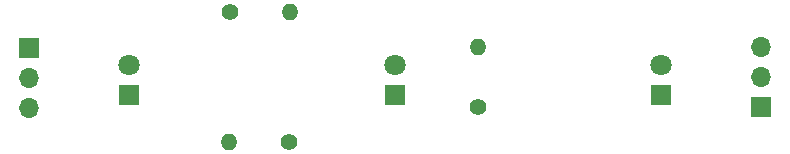
<source format=gbr>
G04 #@! TF.FileFunction,Copper,L1,Top,Signal*
%FSLAX46Y46*%
G04 Gerber Fmt 4.6, Leading zero omitted, Abs format (unit mm)*
G04 Created by KiCad (PCBNEW 4.0.4-stable) date 03/07/20 13:15:27*
%MOMM*%
%LPD*%
G01*
G04 APERTURE LIST*
%ADD10C,0.100000*%
%ADD11R,1.800000X1.800000*%
%ADD12C,1.800000*%
%ADD13C,1.400000*%
%ADD14O,1.400000X1.400000*%
%ADD15R,1.700000X1.700000*%
%ADD16O,1.700000X1.700000*%
G04 APERTURE END LIST*
D10*
D11*
X146000000Y-79000000D03*
D12*
X146000000Y-76460000D03*
D11*
X168500000Y-79000000D03*
D12*
X168500000Y-76460000D03*
D11*
X123500000Y-79000000D03*
D12*
X123500000Y-76460000D03*
D13*
X132000000Y-72000000D03*
D14*
X137080000Y-72000000D03*
D13*
X153000000Y-80000000D03*
D14*
X153000000Y-74920000D03*
D13*
X137000000Y-83000000D03*
D14*
X131920000Y-83000000D03*
D15*
X115000000Y-75000000D03*
D16*
X115000000Y-77540000D03*
X115000000Y-80080000D03*
D15*
X177000000Y-80000000D03*
D16*
X177000000Y-77460000D03*
X177000000Y-74920000D03*
M02*

</source>
